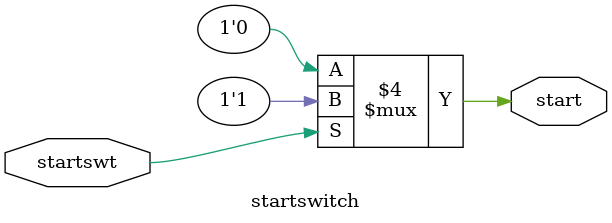
<source format=v>
`timescale 1ns / 1ps


module startswitch(
    input startswt, 
    output reg start
    );
    
always @ (*) begin 
    if (startswt == 1) begin 
        start = 1; 
    end 
    else begin 
        start = 0; 
    end 
end 
    
endmodule

</source>
